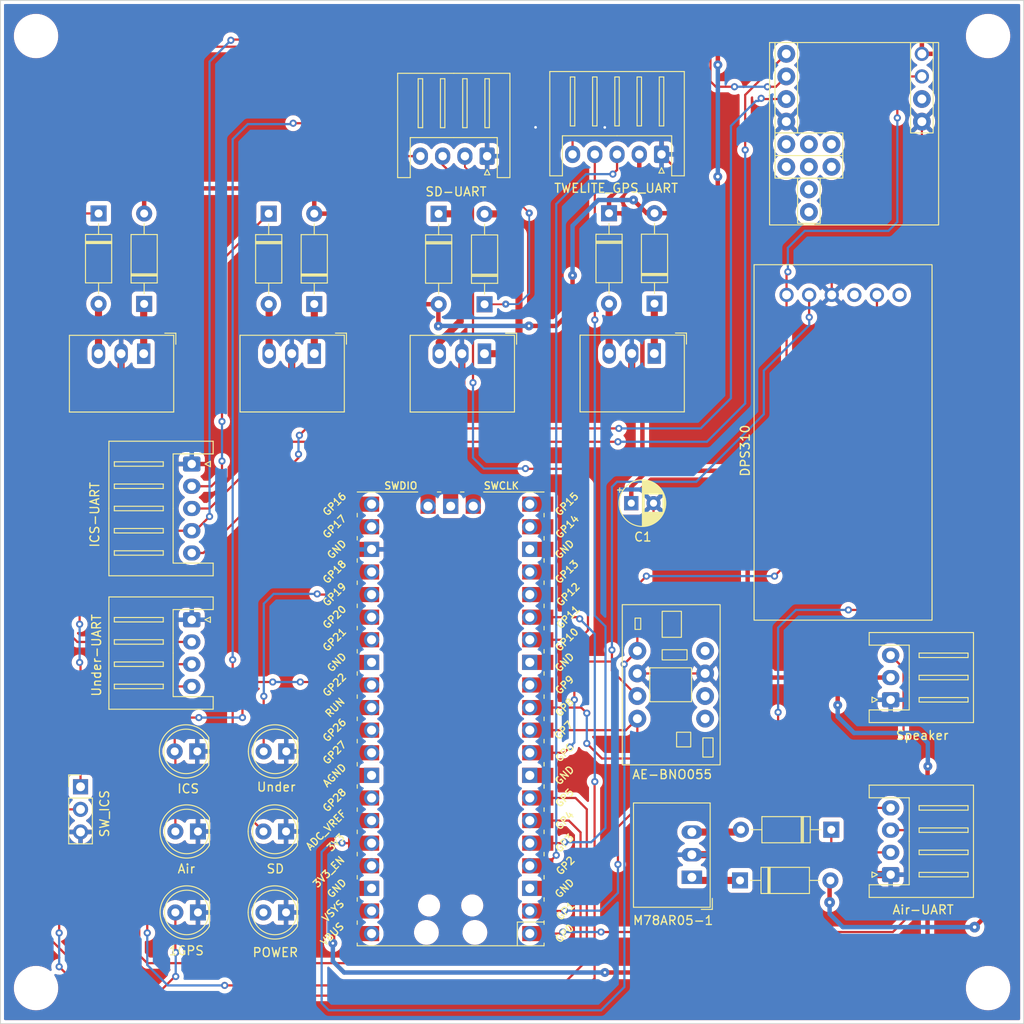
<source format=kicad_pcb>
(kicad_pcb (version 20221018) (generator pcbnew)
  (layers (0 "F.Cu" signal) (31 "B.Cu" signal) (34 "B.Paste" user) (35 "F.Paste" user) (36 "B.SilkS" user "B.Silkscreen") (37 "F.SilkS" user "F.Silkscreen") (38 "B.Mask" user) (39 "F.Mask" user) (44 "Edge.Cuts" user))
  (net 0 "")
  (net 1 "+5V")
  (net 2 "GND")
  (net 3 "Net-(D1-K)")
  (net 4 "Net-(D1-A)")
  (net 5 "Net-(D2-K)")
  (net 6 "Net-(D2-A)")
  (net 7 "Net-(D3-K)")
  (net 8 "Net-(D3-A)")
  (net 9 "Net-(D4-K)")
  (net 10 "Net-(D4-A)")
  (net 11 "Net-(D5-K)")
  (net 12 "VCC")
  (net 13 "Net-(D6-K)")
  (net 14 "Net-(D7-K)")
  (net 15 "Net-(D8-K)")
  (net 16 "/L_ICS")
  (net 17 "/L_Under")
  (net 18 "/L_SD")
  (net 19 "/1GPS")
  (net 20 "+3.3V")
  (net 21 "Net-(D15-K)")
  (net 22 "Net-(D16-A)")
  (net 23 "/ITXR")
  (net 24 "/IRXT")
  (net 25 "/EN")
  (net 27 "+3V3")
  (net 36 "Net-(SW1A-B)")
  (net 37 "/PTAR")
  (net 38 "/PRAT")
  (net 40 "/PTTR")
  (net 41 "/PRGT")
  (net 42 "/PTUR")
  (net 43 "/PRUT")
  (net 45 "/SDA")
  (net 46 "/SCL")
  (net 47 "/SPK")
  (net 50 "/PTSR")
  (net 58 "/L_Air")
  (footprint "Converter_DCDC:Converter_DCDC_RECOM_R-78E-0.5_THT" (layer "F.Cu") (at 130.4 86.2 180)
    (fp_text reference "M78AR033-1" hide)
    (fp_text value "R-78E3.3-0.5" hide)
  )
  (footprint "Connector_JST:JST_XH_S3B-XH-A_1x03_P2.50mm_Horizontal" (layer "F.Cu") (at 176.05 125.1 90)
    (fp_text reference "XH5" hide)
    (fp_text value "Speaker")
  )
  (footprint "Diode_THT:D_A-405_P10.16mm_Horizontal" (layer "F.Cu") (at 159.12 145.4)
    (fp_text reference "D5" hide)
    (fp_text value "D" hide)
  )
  (footprint "Connector_JST:JST_XH_S4B-XH-A_1x04_P2.50mm_Horizontal" (layer "F.Cu") (at 130.7 64 180)
    (fp_text reference "XH3" hide)
    (fp_text value "SD-UART")
  )
  (footprint "Diode_THT:D_A-405_P10.16mm_Horizontal" (layer "F.Cu") (at 169.38 139.7 180)
    (fp_text reference "D1" hide)
    (fp_text value "D" hide)
  )
  (footprint "Connector_JST:JST_XH_S4B-XH-A_1x04_P2.50mm_Horizontal" (layer "F.Cu") (at 97.5 116.1 -90)
    (fp_text reference "XH2" hide)
    (fp_text value "Under-UART")
  )
  (footprint "Diode_THT:D_A-405_P10.16mm_Horizontal" (layer "F.Cu") (at 87.03 70.44 -90)
    (fp_text reference "D2" hide)
    (fp_text value "D" hide)
  )
  (footprint "LED_THT:LED_D5.0mm" (layer "F.Cu") (at 98.125 130.9 180)
    (fp_text reference "D9" hide)
    (fp_text value "ICS")
  )
  (footprint "Diode_THT:D_A-405_P10.16mm_Horizontal" (layer "F.Cu") (at 106.15 70.46 -90)
    (fp_text reference "D4" hide)
    (fp_text value "D" hide)
  )
  (footprint "Library:DHM3" (layer "F.Cu") (at 80 157.5)
    (fp_text reference "REF**" hide)
    (fp_text value "DHM3" hide)
  )
  (footprint "LED_THT:LED_D5.0mm" (layer "F.Cu") (at 108.1 139.9 180)
    (fp_text reference "D12" hide)
    (fp_text value "SD")
  )
  (footprint "Diode_THT:D_A-405_P10.16mm_Horizontal" (layer "F.Cu") (at 130.41 80.65 90)
    (fp_text reference "D3" hide)
    (fp_text value "D" hide)
  )
  (footprint "AE-BNO055:AE-BNO055" (layer "F.Cu") (at 151.39 123.41)
    (fp_text reference "U2" hide)
    (fp_text value "AE-BNO055")
  )
  (footprint "Diode_THT:D_A-405_P10.16mm_Horizontal" (layer "F.Cu") (at 92.153 80.6075 90)
    (fp_text reference "D6" hide)
    (fp_text value "D" hide)
  )
  (footprint "LED_THT:LED_D5.0mm" (layer "F.Cu") (at 98.2 139.9 180)
    (fp_text reference "D11" hide)
    (fp_text value "Air")
  )
  (footprint "Library:DHM3" (layer "F.Cu") (at 187 157.5)
    (fp_text reference "REF**" hide)
    (fp_text value "DHM3" hide)
  )
  (footprint "Library:DHM3" (layer "F.Cu") (at 80 50.5)
    (fp_text reference "REF**" hide)
    (fp_text value "DHM3" hide)
  )
  (footprint "LED_THT:LED_D5.0mm" (layer "F.Cu") (at 108.1 149 180)
    (fp_text reference "D14" hide)
    (fp_text value "POWER")
  )
  (footprint "Converter_DCDC:Converter_DCDC_RECOM_R-78E-0.5_THT" (layer "F.Cu") (at 92.1 86.2 180)
    (fp_text reference "M78AR05-2" hide)
    (fp_text value "M78AR05" hide)
  )
  (footprint "Diode_THT:D_A-405_P10.16mm_Horizontal" (layer "F.Cu") (at 144.4 70.42 -90)
    (fp_text reference "D16" hide)
    (fp_text value "D" hide)
  )
  (footprint "Diode_THT:D_A-405_P10.16mm_Horizontal" (layer "F.Cu") (at 125.25 70.48 -90)
    (fp_text reference "D7" hide)
    (fp_text value "D" hide)
  )
  (footprint "SamacSys_Parts:RPi_Pico_SMD_TH" (layer "F.Cu") (at 126.6 127.245 180)
    (fp_text reference "U1" hide)
    (fp_text value "Pico" hide)
  )
  (footprint "Diode_THT:D_A-405_P10.16mm_Horizontal" (layer "F.Cu") (at 149.51 80.57 90)
    (fp_text reference "D15" hide)
    (fp_text value "D" hide)
  )
  (footprint "ICS:ICS" (layer "F.Cu") (at 162.39 51.32)
    (fp_text reference "ICS-board1" hide)
    (fp_text value "ICS" hide)
  )
  (footprint "Library:DHM3" (layer "F.Cu") (at 187 50.5)
    (fp_text reference "REF**" hide)
    (fp_text value "DHM3" hide)
  )
  (footprint "Connector_PinHeader_2.54mm:PinHeader_1x03_P2.54mm_Vertical" (layer "F.Cu") (at 85 134.875)
    (fp_text reference "SW1" hide)
    (fp_text value "SW_ICS")
  )
  (footprint "Converter_DCDC:Converter_DCDC_RECOM_R-78E-0.5_THT" (layer "F.Cu") (at 149.49 86.18 180)
    (fp_text reference "M78AR05-4" hide)
    (fp_text value "M78AR05" hide)
  )
  (footprint "Converter_DCDC:Converter_DCDC_RECOM_R-78E-0.5_THT" (layer "F.Cu") (at 111.277 86.1925 180)
    (fp_text reference "M78AR05-3" hide)
    (fp_text value "M78AR05" hide)
  )
  (footprint "LED_THT:LED_D5.0mm" (layer "F.Cu") (at 98.2 149 180)
    (fp_text reference "D13" hide)
    (fp_text value "1GPS")
  )
  (footprint "LED_THT:LED_D5.0mm" (layer "F.Cu") (at 108.125 130.9 180)
    (fp_text reference "D10" hide)
    (fp_text value "Under")
  )
  (footprint "DPS310:DPS310" (layer "F.Cu") (at 170.7 96.1 90)
    (fp_text reference "U3" hide)
    (fp_text value "DPS310")
  )
  (footprint "Converter_DCDC:Converter_DCDC_RECOM_R-78E-0.5_THT" (layer "F.Cu") (at 153.7075 145.047 90)
    (fp_text reference "M78AR05-1")
    (fp_text value "M78AR05" hide)
  )
  (footprint "Connector_JST:JST_XH_S4B-XH-A_1x04_P2.50mm_Horizontal" (layer "F.Cu") (at 176.05 144.75 90)
    (fp_text reference "XH1" hide)
    (fp_text value "Air-UART")
  )
  (footprint "Capacitor_THT:CP_Radial_D5.0mm_P2.50mm" (layer "F.Cu") (at 146.9 103)
    (fp_text reference "C1")
    (fp_text value "C_5V" hide)
  )
  (footprint "Connector_JST:JST_XH_S5B-XH-A_1x05_P2.50mm_Horizontal" (layer "F.Cu") (at 97.5 98.6 -90)
    (fp_text reference "XH4" hide)
    (fp_text value "ICS-UART")
  )
  (footprint "Diode_THT:D_A-405_P10.16mm_Horizontal" (layer "F.Cu") (at 111.27 80.62 90)
    (fp_text reference "D8" hide)
    (fp_text value "D" hide)
  )
  (footprint "Connector_JST:JST_XH_S5B-XH-A_1x05_P2.50mm_Horizontal" (layer "F.Cu") (at 150.3 63.8 180)
    (fp_text reference "XH6" hide)
    (fp_text value "TWELITE_GPS_UART")
  )
  (gr_line (start 191 161.5) (end 191 46.5) (stroke (width 0.1)) (layer "Edge.Cuts"))
  (gr_line (start 76 46.5) (end 76 161.5) (stroke (width 0.1)) (layer "Edge.Cuts"))
  (gr_line (start 76 161.5) (end 191 161.5) (stroke (width 0.1)) (layer "Edge.Cuts"))
  (gr_line (start 191 46.5) (end 76 46.5) (stroke (width 0.1)) (layer "Edge.Cuts"))
  (segment (start 144.4 70.42) (end 145.8 70.42) (width 0.5) (layer "F.Cu") (net 1))
  (segment (start 143.93 155.75) (end 178.83 155.75) (width 0.5) (layer "F.Cu") (net 1))
  (segment (start 113.39 150.12) (end 113.39 152.43) (width 0.5) (layer "F.Cu") (net 1))
  (segment (start 113.39 152.43) (end 113.36 152.46) (width 0.5) (layer "F.Cu") (net 1))
  (segment (start 172.17 122.6) (end 176.05 122.6) (width 0.5) (layer "F.Cu") (net 1))
  (segment (start 146.9 101.16) (end 148.7 99.36) (width 0.5) (layer "F.Cu") (net 1))
  (segment (start 170.1 123.73) (end 171.23 122.6) (width 0.5) (layer "F.Cu") (net 1))
  (segment (start 117.71 148.835) (end 114.675 148.835) (width 0.5) (layer "F.Cu") (net 1))
  (segment (start 171.23 122.6) (end 172.17 122.6) (width 0.5) (layer "F.Cu") (net 1))
  (segment (start 148.15 83.16) (end 148.15 98.57) (width 0.5) (layer "F.Cu") (net 1))
  (segment (start 148.94 99.36) (end 157.32 99.36) (width 0.5) (layer "F.Cu") (net 1))
  (segment (start 178.83 155.75) (end 180.2 154.38) (width 0.5) (layer "F.Cu") (net 1))
  (segment (start 159.98 119.87) (end 162.71 122.6) (width 0.5) (layer "F.Cu") (net 1))
  (segment (start 170.1 125.7) (end 170.1 123.73) (width 0.5) (layer "F.Cu") (net 1))
  (segment (start 144.4 68.75) (end 147.8 65.35) (width 0.5) (layer "F.Cu") (net 1))
  (segment (start 114.675 148.835) (end 113.39 150.12) (width 0.5) (layer "F.Cu") (net 1))
  (segment (start 147.8 65.35) (end 147.8 63.8) (width 0.5) (layer "F.Cu") (net 1))
  (segment (start 146.9 103) (end 146.9 101.16) (width 0.5) (layer "F.Cu") (net 1))
  (segment (start 147.52 72.14) (end 147.52 82.53) (width 0.5) (layer "F.Cu") (net 1))
  (segment (start 159.98 102.02) (end 159.98 119.87) (width 0.5) (layer "F.Cu") (net 1))
  (segment (start 180.2 154.38) (end 180.2 132.6) (width 0.5) (layer "F.Cu") (net 1))
  (segment (start 144.4 70.42) (end 144.4 68.75) (width 0.5) (layer "F.Cu") (net 1))
  (segment (start 180.2 132.6) (end 180.23 132.57) (width 0.5) (layer "F.Cu") (net 1))
  (segment (start 157.32 99.36) (end 159.98 102.02) (width 0.5) (layer "F.Cu") (net 1))
  (segment (start 162.71 122.6) (end 172.17 122.6) (width 0.5) (layer "F.Cu") (net 1))
  (segment (start 148.15 98.57) (end 148.94 99.36) (width 0.5) (layer "F.Cu") (net 1))
  (segment (start 145.8 70.42) (end 147.52 72.14) (width 0.5) (layer "F.Cu") (net 1))
  (segment (start 147.52 82.53) (end 148.15 83.16) (width 0.5) (layer "F.Cu") (net 1))
  (segment (start 148.7 99.36) (end 148.94 99.36) (width 0.5) (layer "F.Cu") (net 1))
  (via (at 113.36 152.46) (size 1) (drill 0.3) (layers "F.Cu" "B.Cu") (net 1))
  (via (at 180.23 132.57) (size 1) (drill 0.3) (layers "F.Cu" "B.Cu") (net 1))
  (via (at 170.1 125.7) (size 1) (drill 0.3) (layers "F.Cu" "B.Cu") (net 1))
  (via (at 143.93 155.75) (size 1) (drill 0.3) (layers "F.Cu" "B.Cu") (net 1))
  (segment (start 179.61 129.33) (end 179.11 128.83) (width 0.5) (layer "B.Cu") (net 1))
  (segment (start 113.36 154.48) (end 114.31 155.43) (width 0.5) (layer "B.Cu") (net 1))
  (segment (start 180.23 129.95) (end 179.61 129.33) (width 0.5) (layer "B.Cu") (net 1))
  (segment (start 170.1 126.99) (end 170.1 125.7) (width 0.5) (layer "B.Cu") (net 1))
  (segment (start 113.36 152.46) (end 113.36 154.48) (width 0.5) (layer "B.Cu") (net 1))
  (segment (start 171.94 128.83) (end 170.1 126.99) (width 0.5) (layer "B.Cu") (net 1))
  (segment (start 180.23 132.57) (end 180.23 129.95) (width 0.5) (layer "B.Cu") (net 1))
  (segment (start 179.11 128.83) (end 171.94 128.83) (width 0.5) (layer "B.Cu") (net 1))
  (segment (start 114.63 155.75) (end 143.93 155.75) (width 0.5) (layer "B.Cu") (net 1))
  (segment (start 114.31 155.43) (end 114.63 155.75) (width 0.5) (layer "B.Cu") (net 1))
  (segment (start 179.56 72.34) (end 176.6 75.3) (width 0.25) (layer "F.Cu") (net 2))
  (segment (start 168.2 75.3) (end 169.43 76.53) (width 0.25) (layer "F.Cu") (net 2))
  (segment (start 179.56 60.12) (end 179.56 72.34) (width 0.25) (layer "F.Cu") (net 2))
  (segment (start 108.1 139.9) (end 108.1 130.925) (width 0.25) (layer "F.Cu") (net 2))
  (segment (start 146.95 90.31) (end 145.29 91.97) (width 0.8) (layer "F.Cu") (net 2))
  (segment (start 89.56 86.2) (end 89.56 92.51) (width 0.8) (layer "F.Cu") (net 2))
  (segment (start 103.13 95.574) (end 108.737 89.967) (width 0.8) (layer "F.Cu") (net 2))
  (segment (start 146.95 86.18) (end 146.95 90.31) (width 0.8) (layer "F.Cu") (net 2))
  (segment (start 145.29 91.97) (end 126.73 91.97) (width 0.8) (layer "F.Cu") (net 2))
  (segment (start 89.56 92.51) (end 92.67 95.62) (width 0.8) (layer "F.Cu") (net 2))
  (segment (start 131.97 60.79) (end 136.11 60.79) (width 0.5) (layer "F.Cu") (net 2))
  (segment (start 150.3 61.73) (end 150.3 63.8) (width 0.5) (layer "F.Cu") (net 2))
  (segment (start 151.6 65.1) (end 162.4 65.1) (width 0.25) (layer "F.Cu") (net 2))
  (segment (start 155.2 122.14) (end 147.58 122.14) (width 0.25) (layer "F.Cu") (net 2))
  (segment (start 149.34 60.77) (end 150.3 61.73) (width 0.5) (layer "F.Cu") (net 2))
  (segment (start 127.86 86.2) (end 127.86 90.84) (width 0.8) (layer "F.Cu") (net 2))
  (segment (start 92.67 95.62) (end 103.13 95.62) (width 0.8) (layer "F.Cu") (net 2))
  (segment (start 163.9 75.3) (end 167.7 75.3) (width 0.25) (layer "F.Cu") (net 2))
  (segment (start 164.32 60.12) (end 162.4 62.04) (width 0.25) (layer "F.Cu") (net 2))
  (segment (start 103.13 95.62) (end 103.13 95.574) (width 0.8) (layer "F.Cu") (net 2))
  (segment (start 108.737 89.967) (end 108.737 86.1925) (width 0.8) (layer "F.Cu") (net 2))
  (segment (start 169.43 76.53) (end 169.43 79.59) (width 0.25) (layer "F.Cu") (net 2))
  (segment (start 171.19 144.75) (end 176.05 144.75) (width 0.8) (layer "F.Cu") (net 2))
  (segment (start 108.1 149) (end 108.1 139.9) (width 0.25) (layer "F.Cu") (net 2))
  (segment (start 153.7075 142.507) (end 168.947 142.507) (width 0.8) (layer "F.Cu") (net 2))
  (segment (start 168.947 142.507) (end 171.19 144.75) (width 0.8) (layer "F.Cu") (net 2))
  (segment (start 108.1 130.925) (end 108.125 130.9) (width 0.25) (layer "F.Cu") (net 2))
  (segment (start 162.4 62.04) (end 162.4 65.1) (width 0.25) (layer "F.Cu") (net 2))
  (segment (start 176.6 75.3) (end 167.7 75.3) (width 0.25) (layer "F.Cu") (net 2))
  (segment (start 127.86 90.84) (end 126.73 91.97) (width 0.8) (layer "F.Cu") (net 2))
  (segment (start 136.11 60.79) (end 136.14 60.76) (width 0.5) (layer "F.Cu") (net 2))
  (segment (start 110.74 91.97) (end 108.737 89.967) (width 0.8) (layer "F.Cu") (net 2))
  (segment (start 162.4 65.1) (end 162.4 73.8) (width 0.25) (layer "F.Cu") (net 2))
  (segment (start 130.7 64) (end 130.7 62.06) (width 0.5) (layer "F.Cu") (net 2))
  (segment (start 150.3 63.8) (end 151.6 65.1) (width 0.25) (layer "F.Cu") (net 2))
  (segment (start 149.4 120.32) (end 149.4 103) (width 0.25) (layer "F.Cu") (net 2))
  (segment (start 130.7 62.06) (end 131.97 60.79) (width 0.5) (layer "F.Cu") (net 2))
  (segment (start 167.7 75.3) (end 168.2 75.3) (width 0.25) (layer "F.Cu") (net 2))
  (segment (start 126.73 91.97) (end 110.74 91.97) (width 0.8) (layer "F.Cu") (net 2))
  (segment (start 143.92 60.77) (end 149.34 60.77) (width 0.5) (layer "F.Cu") (net 2))
  (segment (start 147.58 122.14) (end 149.4 120.32) (width 0.25) (layer "F.Cu") (net 2))
  (segment (start 162.4 73.8) (end 163.9 75.3) (width 0.25) (layer "F.Cu") (net 2))
  (via (at 136.14 60.76) (size 1) (drill 0.3) (layers "F.Cu" "B.Cu") (net 2))
  (via (at 143.92 60.77) (size 1) (drill 0.3) (layers "F.Cu" "B.Cu") (net 2))
  (segment (start 136.14 60.76) (end 143.91 60.76) (width 0.5) (layer "B.Cu") (net 2))
  (segment (start 143.91 60.76) (end 143.92 60.77) (width 0.5) (layer "B.Cu") (net 2))
  (segment (start 169.38 141.58) (end 170.1 142.3) (width 0.25) (layer "F.Cu") (net 3))
  (segment (start 170.15 142.25) (end 176.05 142.25) (width 0.25) (layer "F.Cu") (net 3))
  (segment (start 170.1 142.3) (end 170.15 142.25) (width 0.25) (layer "F.Cu") (net 3))
  (segment (start 169.38 139.7) (end 169.38 141.58) (width 0.25) (layer "F.Cu") (net 3))
  (segment (start 153.7075 139.967) (end 158.953 139.967) (width 0.8) (layer "F.Cu") (net 4))
  (segment (start 158.953 139.967) (end 159.22 139.7) (width 0.8) (layer "F.Cu") (net 4))
  (segment (start 97.5 118.6) (end 84.65 118.6) (width 0.25) (layer "F.Cu") (net 5))
  (segment (start 83.15 117.1) (end 83.34 116.91) (width 0.25) (layer "F.Cu") (net 5))
  (segment (start 83.34 71.49) (end 84.39 70.44) (width 0.25) (layer "F.Cu") (net 5))
  (segment (start 83.34 116.91) (end 83.34 71.49) (width 0.25) (layer "F.Cu") (net 5))
  (segment (start 84.39 70.44) (end 87.03 70.44) (width 0.25) (layer "F.Cu") (net 5))
  (segment (start 84.65 118.6) (end 83.15 117.1) (width 0.25) (layer "F.Cu") (net 5))
  (segment (start 87.02 80.61) (end 87.03 80.6) (width 0.8) (layer "F.Cu") (net 6))
  (segment (start 87.02 86.2) (end 87.02 80.61) (width 0.8) (layer "F.Cu") (net 6))
  (segment (start 135.43 70.39) (end 132.4 67.36) (width 0.2) (layer "F.Cu") (net 7))
  (segment (start 130.41 80.65) (end 132.77 80.65) (width 0.2) (layer "F.Cu") (net 7))
  (segment (start 128.2 65.22) (end 128.2 64) (width 0.2) (layer "F.Cu") (net 7))
  (segment (start 132.4 67.36) (end 130.34 67.36) (width 0.2) (layer "F.Cu") (net 7))
  (segment (start 130.34 67.36) (end 128.2 65.22) (width 0.2) (layer "F.Cu") (net 7))
  (segment (start 132.77 80.65) (end 132.79 80.63) (width 0.2) (layer "F.Cu") (net 7))
  (via (at 132.79 80.63) (size 0.8) (drill 0.3) (layers "F.Cu" "B.Cu") (net 7))
  (via (at 135.43 70.39) (size 0.8) (drill 0.3) (layers "F.Cu" "B.Cu") (net 7))
  (segment (start 135.2 79.65) (end 135.43 79.42) (width 0.2) (layer "B.Cu") (net 7))
  (segment (start 134.22 80.63) (end 135.2 79.65) (width 0.2) (layer "B.Cu") (net 7))
  (segment (start 135.43 79.42) (end 135.43 70.39) (width 0.2) (layer "B.Cu") (net 7))
  (segment (start 132.79 80.63) (end 134.22 80.63) (width 0.2) (layer "B.Cu") (net 7))
  (segment (start 132.21 86.2) (end 134.28 84.13) (width 0.8) (layer "F.Cu") (net 8))
  (segment (start 134.28 84.13) (end 134.28 72.81) (width 0.8) (layer "F.Cu") (net 8))
  (segment (start 131.96 70.49) (end 130.41 70.49) (width 0.8) (layer "F.Cu") (net 8))
  (segment (start 130.4 86.2) (end 132.21 86.2) (width 0.8) (layer "F.Cu") (net 8))
  (segment (start 134.28 72.81) (end 131.96 70.49) (width 0.8) (layer "F.Cu") (net 8))
  (segment (start 100.9 75.71) (end 100.9 93.82) (width 0.25) (layer "F.Cu") (net 9))
  (segment (start 100.9 99.9) (end 99.7 101.1) (width 0.25) (layer "F.Cu") (net 9))
  (segment (start 106.15 70.46) (end 100.9 75.71) (width 0.25) (layer "F.Cu") (net 9))
  (segment (start 99.7 101.1) (end 97.5 101.1) (width 0.25) (layer "F.Cu") (net 9))
  (segment (start 100.9 98.27) (end 100.9 99.9) (width 0.25) (layer "F.Cu") (net 9))
  (via (at 100.9 93.82) (size 0.8) (drill 0.4) (layers "F.Cu" "B.Cu") (net 9))
  (via (at 100.9 98.27) (size 0.8) (drill 0.4) (layers "F.Cu" "B.Cu") (net 9))
  (segment (start 100.9 93.82) (end 100.9 98.27) (width 0.25) (layer "B.Cu") (net 9))
  (segment (start 106.197 80.667) (end 106.15 80.62) (width 0.8) (layer "F.Cu") (net 10))
  (segment (start 106.197 86.1925) (end 106.197 80.667) (width 0.8) (layer "F.Cu") (net 10))
  (segment (start 159.12 145.4) (end 154.0605 145.4) (width 0.8) (layer "F.Cu") (net 11))
  (segment (start 154.0605 145.4) (end 153.7075 145.047) (width 0.8) (layer "F.Cu") (net 11))
  (segment (start 140.3 81.25) (end 138.9 82.65) (width 0.5) (layer "F.Cu") (net 12))
  (segment (start 156.63 50.8) (end 156.63 53.74) (width 0.5) (layer "F.Cu") (net 12))
  (segment (start 187.21 55.69) (end 187.21 147.75) (width 0.5) (layer "F.Cu") (net 12))
  (segment (start 138.47 83.08) (end 135.4 83.08) (width 0.5) (layer "F.Cu") (net 12))
  (segment (start 140.3 77.4) (end 140.3 81.25) (width 0.5) (layer "F.Cu") (net 12))
  (segment (start 179.56 52.5) (end 179.56 50.32) (width 0.5) (layer "F.Cu") (net 12))
  (segment (start 149.51 70.41) (end 148.63 70.41) (width 0.5) (layer "F.Cu") (net 12))
  (segment (start 93.24 67.62) (end 92.153 68.707) (width 0.5) (layer "F.Cu") (net 12))
  (segment (start 117.67 80.05) (end 117.67 72.41) (width 0.5) (layer "F.Cu") (net 12))
  (segment (start 115.72 70.46) (end 111.27 70.46) (width 0.5) (layer "F.Cu") (net 12))
  (segment (start 179.56 50.32) (end 178.21 48.97) (width 0.5) (layer "F.Cu") (net 12))
  (segment (start 178.21 48.97) (end 158.46 48.97) (width 0.5) (layer "F.Cu") (net 12))
  (segment (start 179.56 52.5) (end 184.02 52.5) (width 0.5) (layer "F.Cu") (net 12))
  (segment (start 155.38 70.41) (end 149.51 70.41) (width 0.5) (layer "F.Cu") (net 12))
  (segment (start 187.21 147.75) (end 187.21 148.93) (width 0.5) (layer "F.Cu") (net 12))
  (segment (start 184.86 53.34) (end 187.21 55.69) (width 0.5) (layer "F.Cu") (net 12))
  (segment (start 156.62 69.17) (end 155.38 70.41) (width 0.5) (layer "F.Cu") (net 12))
  (segment (start 157.74 49.69) (end 156.63 50.8) (width 0.5) (layer "F.Cu") (net 12))
  (segment (start 110.08 67.62) (end 93.24 67.62) (width 0.5) (layer "F.Cu") (net 12))
  (segment (start 125.25 80.64) (end 118.26 80.64) (width 0.5) (layer "F.Cu") (net 12))
  (segment (start 187.21 148.93) (end 185.49 150.65) (width 0.5) (layer "F.Cu") (net 12))
  (segment (start 169.19 147.87) (end 169.19 145.49) (width 0.5) (layer "F.Cu") (net 12))
  (segment (start 117.67 72.41) (end 115.72 70.46) (width 0.5) (layer "F.Cu") (net 12))
  (segment (start 92.153 68.707) (end 92.153 70.4475) (width 0.5) (layer "F.Cu") (net 12))
  (segment (start 169.19 145.49) (end 169.28 145.4) (width 0.5) (layer "F.Cu") (net 12))
  (segment (start 148.63 70.41) (end 147.15 68.93) (width 0.5) (layer "F.Cu") (net 12))
  (segment (start 111.27 70.46) (end 111.27 68.81) (width 0.5) (layer "F.Cu") (net 12))
  (segment (start 138.9 82.65) (end 138.47 83.08) (width 0.5) (layer "F.Cu") (net 12))
  (segment (start 184.02 52.5) (end 184.86 53.34) (width 0.5) (layer "F.Cu") (net 12))
  (segment (start 125.22 80.67) (end 125.25 80.64) (width 0.5) (layer "F.Cu") (net 12))
  (segment (start 118.26 80.64) (end 117.67 80.05) (width 0.5) (layer "F.Cu") (net 12))
  (segment (start 156.62 66.3) (end 156.62 69.17) (width 0.5) (layer "F.Cu") (net 12))
  (segment (start 125.22 83.1) (end 125.22 80.67) (width 0.5) (layer "F.Cu") (net 12))
  (segment (start 158.46 48.97) (end 157.74 49.69) (width 0.5) (layer "F.Cu") (net 12))
  (segment (start 111.27 68.81) (end 110.08 67.62) (width 0.5) (layer "F.Cu") (net 12))
  (via (at 156.63 53.74) (size 1) (drill 0.4) (layers "F.Cu" "B.Cu") (net 12))
  (via (at 125.22 83.1) (size 1) (drill 0.3) (layers "F.Cu" "B.Cu") (net 12))
  (via (at 156.62 66.3) (size 1) (drill 0.4) (layers "F.Cu" "B.Cu") (net 12))
  (via (at 135.4 83.08) (size 1) (drill 0.3) (layers "F.Cu" "B.Cu") (net 12))
  (via (at 169.19 147.87) (size 1.2) (drill 0.4) (layers "F.Cu" "B.Cu") (net 12))
  (via (at 140.3 77.4) (size 1) (drill 0.3) (layers "F.Cu" "B.Cu") (net 12))
  (via (at 147.15 68.93) (size 1) (drill 0.3) (layers "F.Cu" "B.Cu") (net 12))
  (via (at 185.49 150.65) (size 1.2) (drill 0.4) (layers "F.Cu" "B.Cu") (net 12))
  (segment (start 170.68 150.65) (end 170.19 150.16) (width 0.5) (layer "B.Cu") (net 12))
  (segment (start 156.63 53.74) (end 156.63 66.29) (width 0.5) (layer "B.Cu") (net 12))
  (segment (start 185.49 150.65) (end 170.68 150.65) (width 0.5) (layer "B.Cu") (net 12))
  (segment (start 140.3 71.82) (end 140.3 77.4) (width 0.5) (layer "B.Cu") (net 12))
  (segment (start 143.19 68.93) (end 140.3 71.82) (width 0.5) (layer "B.Cu") (net 12))
  (segment (start 156.63 66.29) (end 156.62 66.3) (width 0.5) (layer "B.Cu") (net 12))
  (segment (start 147.15 68.93) (end 143.19 68.93) (width 0.5) (layer "B.Cu") (net 12))
  (segment (start 169.19 149.16) (end 169.19 147.87) (width 0.5) (layer "B.Cu") (net 12))
  (segment (start 135.4 83.08) (end 125.24 83.08) (width 0.5) (layer "B.Cu") (net 12))
  (segment (start 125.24 83.08) (end 125.22 83.1) (width 0.5) (layer "B.Cu") (net 12))
  (segment (start 170.19 150.16) (end 169.19 149.16) (width 0.5) (layer "B.Cu") (net 12))
  (segment (start 92.1 86.2) (end 92.1 80.6605) (width 0.8) (layer "F.Cu") (net 13))
  (segment (start 92.1 80.6605) (end 92.153 80.6075) (width 0.8) (layer "F.Cu") (net 13))
  (segment (start 125.32 84.93) (end 125.32 86.2) (width 0.8) (layer "F.Cu") (net 14))
  (segment (start 126.99 70.48) (end 127.67 71.16) (width 0.8) (layer "F.Cu") (net 14))
  (segment (start 127.67 71.16) (end 127.67 82.58) (width 0.8) (layer "F.Cu") (net 14))
  (segment (start 125.25 70.48) (end 126.99 70.48) (width 0.8) (layer "F.Cu") (net 14))
  (segment (start 127.67 82.58) (end 125.32 84.93) (width 0.8) (layer "F.Cu") (net 14))
  (segment (start 111.277 80.627) (end 111.27 80.62) (width 0.8) (layer "F.Cu") (net 15))
  (segment (start 111.277 86.1925) (end 111.277 80.627) (width 0.8) (layer "F.Cu") (net 15))
  (segment (start 103.2 124.1) (end 104 123.3) (width 0.25) (layer "F.Cu") (net 16))
  (segment (start 95.585 128.115) (end 96.5 127.2) (width 0.25) (layer "F.Cu") (net 16))
  (segment (start 104 123.3) (end 104.2 123.1) (width 0.25) (layer "F.Cu") (net 16))
  (segment (start 112 123.1) (end 112.9 122.2) (width 0.25) (layer "F.Cu") (net 16))
  (segment (start 95.66 139.9) (end 95.66 130.975) (width 0.25) (layer "F.Cu") (net 16))
  (segment (start 112.9 122.2) (end 112.9 116.6) (width 0.25) (layer "F.Cu") (net 16))
  (segment (start 103.2 127.1) (end 103.2 124.1) (width 0.25) (layer "F.Cu") (net 16))
  (segment (start 112.9 116.6) (end 113.685 115.815) (width 0.25) (layer "F.Cu") (net 16))
  (segment (start 95.66 130.975) (end 95.585 130.9) (width 0.25) (layer "F.Cu") (net 16))
  (segment (start 104.2 123.1) (end 106.6 123.1) (width 0.25) (layer "F.Cu") (net 16))
  (segment (start 113.685 115.815) (end 117.71 115.815) (width 0.25) (layer "F.Cu") (net 16))
  (segment (start 96.5 127.2) (end 96.6 127.1) (width 0.25) (layer "F.Cu") (net 16))
  (segment (start 109.7 123.1) (end 112 123.1) (width 0.25) (layer "F.Cu") (net 16))
  (segment (start 96.6 127.1) (end 98.3 127.1) (width 0.25) (layer "F.Cu") (net 16))
  (segment (start 95.585 130.9) (end 95.585 128.115) (width 0.25) (layer "F.Cu") (net 16))
  (via (at 103.2 127.1) (size 0.8) (drill 0.4) (layers "F.Cu" "B.Cu") (net 16))
  (via (at 98.3 127.1) (size 0.8) (drill 0.4) (layers "F.Cu" "B.Cu") (net 16))
  (via (at 106.6 123.1) (size 0.8) (drill 0.4) (layers "F.Cu" "B.Cu") (net 16))
  (via (at 109.7 123.1) (size 0.8) (drill 0.4) (layers "F.Cu" "B.Cu") (net 16))
  (segment (start 98.3 127.1) (end 103.2 127.1) (width 0.25) (layer "B.Cu") (net 16))
  (segment (start 106.6 123.1) (end 109.7 123.1) (width 0.25) (layer "B.Cu") (net 16))
  (segment (start 111.6 113.2) (end 111.675 113.275) (width 0.25) (layer "F.Cu") (net 17))
  (segment (start 105.585 124.715) (end 105.6 124.7) (width 0.25) (layer "F.Cu") (net 17))
  (segment (start 111.675 113.275) (end 117.71 113.275) (width 0.25) (layer "F.Cu") (net 17))
  (segment (start 105.585 130.9) (end 105.585 124.715) (width 0.25) (layer "F.Cu") (net 17))
  (via (at 105.6 124.7) (size 0.8) (drill 0.4) (layers "F.Cu" "B.Cu") (net 17))
  (via (at 111.6 113.2) (size 0.8) (drill 0.4) (layers "F.Cu" "B.Cu") (net 17))
  (segment (start 106.7 113.2) (end 111.6 113.2) (width 0.25) (layer "B.Cu") (net 17))
  (segment (start 105.6 114.3) (end 106.2 113.7) (width 0.25) (layer "B.Cu") (net 17))
  (segment (start 105.6 124.7) (end 105.6 114.3) (width 0.25) (layer "B.Cu") (net 17))
  (segment (start 106.2 113.7) (end 106.7 113.2) (width 0.25) (layer "B.Cu") (net 17))
  (segment (start 105.56 139.9) (end 102.1 136.44) (width 0.25) (layer "F.Cu") (net 18))
  (segment (start 108.9 60.3) (end 112.8 60.3) (width 0.25) (layer "F.Cu") (net 18))
  (segment (start 123.2 64) (end 116.5 64) (width 0.25) (layer "F.Cu") (net 18))
  (segment (start 116.5 64) (end 112.8 60.3) (width 0.25) (layer "F.Cu") (net 18))
  (segment (start 102.1 136.44) (end 102.1 120.6) (width 0.25) (layer "F.Cu") (net 18))
  (via (at 102.1 120.6) (size 0.8) (drill 0.4) (layers "F.Cu" "B.Cu") (net 18))
  (via (at 108.9 60.3) (size 0.8) (drill 0.4) (layers "F.Cu" "B.Cu") (net 18))
  (segment (start 108.8 60.4) (end 108.9 60.3) (width 0.25) (layer "B.Cu") (net 18))
  (segment (start 102.1 120.6) (end 102.1 62.1) (width 0.25) (layer "B.Cu") (net 18))
  (segment (start 102.1 62.1) (end 103.8 60.4) (width 0.25) (layer "B.Cu") (net 18))
  (segment (start 103.8 60.4) (end 108.8 60.4) (width 0.25) (layer "B.Cu") (net 18))
  (segment (start 93.9 157.9) (end 95.6 156.2) (width 0.25) (layer "F.Cu") (net 19))
  (segment (start 139 51.7) (end 85.4 51.7) (width 0.25) (layer "F.Cu") (net 19))
  (segment (start 95.66 153.46) (end 95.66 149) (width 0.25) (layer "F.Cu") (net 19))
  (segment (start 85.4 51.7) (end 80.8 56.3) (width 0.25) (layer "F.Cu") (net 19))
  (segment (start 80.8 56.3) (end 80.8 151.2) (width 0.25) (layer "F.Cu") (net 19))
  (segment (start 95.6 156.2) (end 95.7 156.2) (width 0.25) (layer "F.Cu") (net 19))
  (segment (start 140.3 63.8) (end 140.3 53) (width 0.25) (layer "F.Cu") (net 19))
  (segment (start 87.5 157.9) (end 93.9 157.9) (width 0.25) (layer "F.Cu") (net 19))
  (segment (start 95.7 153.5) (end 95.66 153.46) (width 0.25) (layer "F.Cu") (net 19))
  (segment (start 80.8 151.2) (end 87.5 157.9) (width 0.25) (layer "F.Cu") (net 19))
  (segment (start 140.3 53) (end 139 51.7) (width 0.25) (layer "F.Cu") (net 19))
  (via (at 95.7 153.5) (size 0.8) (drill 0.4) (layers "F.Cu" "B.Cu") (net 19))
  (via (at 95.7 156.2) (size 0.8) (drill 0.4) (layers "F.Cu" "B.Cu") (net 19))
  (segment (start 95.7 156.2) (end 95.7 153.5) (width 0.25) (layer "B.Cu") (net 19))
  (segment (start 149.49 86.18) (end 149.49 80.59) (width 0.8) (layer "F.Cu") (net 21))
  (segment (start 149.49 80.59) (end 149.51 80.57) (width 0.8) (layer "F.Cu") (net 21))
  (segment (start 144.41 86.18) (end 144.41 80.59) (width 0.8) (layer "F.Cu") (net 22))
  (segment (start 144.41 80.59) (end 144.4 80.58) (width 0.8) (layer "F.Cu") (net 22))
  (segment (start 159.7 63.3) (end 159.7 57.12) (width 0.25) (layer "F.Cu") (net 23))
  (segment (start 99.5 103.6) (end 107 96.1) (width 0.25) (layer "F.Cu") (net 23))
  (segment (start 107 96.1) (end 145.4 96.1) (width 0.25) (layer "F.Cu") (net 23))
  (segment (start 97.5 103.6) (end 99.5 103.6) (width 0.25) (layer "F.Cu") (net 23))
  (segment (start 159.7 57.12) (end 164.32 52.5) (width 0.25) (layer "F.Cu") (net 23))
  (via (at 145.4 96.1) (size 0.8) (drill 0.4) (layers "F.Cu" "B.Cu") (net 23))
  (via (at 159.7 63.3) (size 0.8) (drill 0.4) (layers "F.Cu" "B.Cu") (net 23))
  (segment (start 156.2 95.3) (end 159.7 91.8) (width 0.25) (layer "B.Cu") (net 23))
  (segment (start 155.4 96.1) (end 156.2 95.3) (width 0.25) (layer "B.Cu") (net 23))
  (segment (start 159.7 91.8) (end 159.7 63.3) (width 0.25) (layer "B.Cu") (net 23))
  (segment (start 145.4 96.1) (end 155.4 96.1) (width 0.25) (layer "B.Cu") (net 23))
  (segment (start 154.4 50.9) (end 101.9755 50.9) (width 0.25) (layer "F.Cu") (net 24))
  (segment (start 97.9 106.1) (end 97.5 106.1) (width 0.25) (layer "F.Cu") (net 24))
  (segment (start 155.8 55.6) (end 155.8 52.3) (width 0.25) (layer "F.Cu") (net 24))
  (segment (start 84.9 120.9) (end 85 121) (width 0.25) (layer "F.Cu") (net 24))
  (segment (start 84.9 106.9) (end 84.9 116.6) (width 0.25) (layer "F.Cu") (net 24))
  (segment (start 97.5 106.1) (end 85.7 106.1) (width 0.25) (layer "F.Cu") (net 24))
  (segment (start 85 121) (end 85 134.875) (width 0.25) (layer "F.Cu") (net 24))
  (segment (start 85.7 106.1) (end 84.9 106.9) (width 0.25) (layer "F.Cu") (net 24))
  (segment (start 163.16 56.2) (end 162.2 56.2) (width 0.25) (layer "F.Cu") (net 24))
  (segment (start 158.5 56.2) (end 156.4 56.2) (width 0.25) (layer "F.Cu") (net 24))
  (segment (start 99.5 104.5) (end 97.9 106.1) (width 0.25) (layer "F.Cu") (net 24))
  (segment (start 155.1 51.6) (end 154.4 50.9) (width 0.25) (layer "F.Cu") (net 24))
  (segment (start 155.8 52.3) (end 155.1 51.6) (width 0.25) (layer "F.Cu") (net 24))
  (segment (start 101.9755 50.9) (end 101.9 50.9755) (width 0.25) (layer "F.Cu") (net 24))
  (segment (start 164.32 55.04) (end 163.16 56.2) (width 0.25) (layer "F.Cu") (net 24))
  (segment (start 156.4 56.2) (end 155.8 55.6) (width 0.25) (layer "F.Cu") (net 24))
  (via (at 99.5 104.5) (size 0.8) (drill 0.4) (layers "F.Cu" "B.Cu") (net 24))
  (via (at 162.2 56.2) (size 0.8) (drill 0.4) (layers "F.Cu" "B.Cu") (net 24))
  (via (at 101.9 50.9755) (size 0.8) (drill 0.4) (layers "F.Cu" "B.Cu") (net 24))
  (via (at 84.9 120.9) (size 0.8) (drill 0.4) (layers "F.Cu" "B.Cu") (net 24))
  (via (at 158.5 56.2) (size 0.8) (drill 0.4) (layers "F.Cu" "B.Cu") (net 24))
  (via (at 84.9 116.6) (size 0.8) (drill 0.4) (layers "F.Cu" "B.Cu") (net 24))
  (segment (start 101.9 50.9755) (end 99.5 53.3755) (width 0.25) (layer "B.Cu") (net 24))
  (segment (start 99.5 53.3755) (end 99.5 104.5) (width 0.25) (layer "B.Cu") (net 24))
  (segment (start 84.9 116.6) (end 84.9 120.9) (width 0.25) (layer "B.Cu") (net 24))
  (segment (start 162.2 56.2) (end 158.5 56.2) (width 0.25) (layer "B.Cu") (net 24))
  (segment (start 98.8 108.6) (end 109 98.4) (width 0.25) (layer "F.Cu") (net 25))
  (segment (start 161.5 57.5) (end 161.58 57.58) (width 0.25) (layer "F.Cu") (net 25))
  (segment (start 109.5 97.9) (end 109.5 97.5) (width 0.25) (layer "F.Cu") (net 25))
  (segment (start 109.6 95.3755) (end 110.3755 94.6) (width 0.25) (layer "F.Cu") (net 25))
  (segment (start 109 98.4) (end 109.5 97.9) (width 0.25) (layer "F.Cu") (net 25))
  (segment (start 97.5 108.6) (end 98.8 108.6) (width 0.25) (layer "F.Cu") (net 25))
  (segment (start 161.58 57.58) (end 164.32 57.58) (width 0.25) (layer "F.Cu") (net 25))
  (segment (start 110.3755 94.6) (end 145.5 94.6) (width 0.25) (layer "F.Cu") (net 25))
  (via (at 109.5 97.5) (size 0.8) (drill 0.4) (layers "F.Cu" "B.Cu") (net 25))
  (via (at 145.5 94.6) (size 0.8) (drill 0.4) (layers "F.Cu" "B.Cu") (net 25))
  (via (at 161.5 57.5) (size 0.8) (drill 0.4) (layers "F.Cu" "B.Cu") (net 25))
  (via (at 109.6 95.3755) (size 0.8) (drill 0.4) (layers "F.Cu" "B.Cu") (net 25))
  (segment (start 109.5 97.5) (end 109.5 95.4755) (width 0.25) (layer "B.Cu") (net 25))
  (segment (start 109.5 95.4755) (end 109.6 95.3755) (width 0.25) (layer "B.Cu") (net 25))
  (segment (start 158.1 62.6) (end 158.1 60.6) (width 0.25) (layer "B.Cu") (net 25))
  (segment (start 158.1 91.2) (end 158.1 62.6) (width 0.25) (layer "B.Cu") (net 25))
  (segment (start 145.5 94.6) (end 154.7 94.6) (width 0.25) (layer "B.Cu") (net 25))
  (segment (start 158.1 60.6) (end 160.9 57.8) (width 0.25) (layer "B.Cu") (net 25))
  (segment (start 161.2 57.8) (end 161.5 57.5) (width 0.25) (layer "B.Cu") (net 25))
  (segment (start 154.7 94.6) (end 155.7 93.6) (width 0.25) (layer "B.Cu") (net 25))
  (segment (start 155.7 93.6) (end 158.1 91.2) (width 0.25) (layer "B.Cu") (net 25))
  (segment (start 160.9 57.8) (end 161.2 57.8) (width 0.25) (layer "B.Cu") (net 25))
  (segment (start 117.71 141.215) (end 114.415 141.215) (width 0.25) (layer "F.Cu") (net 27))
  (segment (start 114.415 141.215) (end 114.4 141.2) (width 0.25) (layer "F.Cu") (net 27))
  (segment (start 146.1 121.08) (end 147.58 119.6) (width 0.25) (layer "F.Cu") (net 27))
  (segment (start 146.1 121.1) (end 146.1 121.08) (width 0.25) (layer "F.Cu") (net 27))
  (segment (start 164.35 79.59) (end 164.35 109.85) (width 0.25) (layer "F.Cu") (net 27))
  (segment (start 148.6 111.2) (end 147.58 112.22) (width 0.25) (layer "F.Cu") (net 27))
  (segment (start 179.56 55.04) (end 177.76 55.04) (width 0.25) (layer "F.Cu") (net 27))
  (segment (start 176.8 56) (end 176.8 59.7) (width 0.25) (layer "F.Cu") (net 27))
  (segment (start 177.76 55.04) (end 176.8 56) (width 0.25) (layer "F.Cu") (net 27))
  (segment (start 147.58 112.22) (end 147.58 119.6) (width 0.25) (layer "F.Cu") (net 27))
  (segment (start 164.5 77) (end 164.35 77.15) (width 0.25) (layer "F.Cu") (net 27))
  (segment (start 164.35 109.85) (end 163 111.2) (width 0.25) (layer "F.Cu") (net 27))
  (segment (start 164.35 77.15) (end 164.35 79.59) (width 0.25) (layer "F.Cu") (net 27))
  (via (at 176.8 59.7) (size 0.8) (drill 0.4) (layers "F.Cu" "B.Cu") (net 27))
  (via (at 146.1 121.1) (size 0.8) (drill 0.4) (layers "F.Cu" "B.Cu") (net 27))
  (via (at 148.6 111.2) (size 0.8) (drill 0.4) (layers "F.Cu" "B.Cu") (net 27))
  (via (at 114.4 141.2) (size 0.8) (drill 0.4) (layers "F.Cu" "B.Cu") (net 27))
  (via (at 164.5 77) (size 0.8) (drill 0.4) (layers "F.Cu" "B.Cu") (net 27))
  (via (at 163 111.2) (size 0.8) (drill 0.4) (layers "F.Cu" "B.Cu") (net 27))
  (segment (start 146.125 121.125) (end 146.1 121.1) (width 0.25) (layer "B.Cu") (net 27))
  (segment (start 112.9 160) (end 143.5 160) (width 0.25) (layer "B.Cu") (net 27))
  (segment (start 112.1 158.7) (end 112.1 159.2) (width 0.25) (layer "B.Cu") (net 27))
  (segment (start 143.5 160) (end 144.6 158.9) (width 0.25) (layer "B.Cu") (net 27))
  (segment (start 166.4 72.4) (end 166.1 72.7) (width 0.25) (layer "B.Cu") (net 27))
  (segment (start 114.4 141.2) (end 113.1 141.2) (width 0.25) (layer "B.Cu") (net 27))
  (segment (start 144.6 158.9) (end 146.125 157.375) (width 0.25) (layer "B.Cu") (net 27))
  (segment (start 176.8 71.4) (end 175.8 72.4) (width 0.25) (layer "B.Cu") (net 27))
  (segment (start 112.1 142.2) (end 112.1 158.7) (width 0.25) (layer "B.Cu") (net 27))
  (segment (start 163 111.2) (end 148.6 111.2) (width 0.25) (layer "B.Cu") (net 27))
  (segment (start 164.5 74.3) (end 164.5 77) (width 0.25) (layer "B.Cu") (net 27))
  (segment (start 176.8 59.7) (end 176.8 71.4) (width 0.25) (layer "B.Cu") (net 27))
  (segment (start 175.8 72.4) (end 166.4 72.4) (width 0.25) (layer "B.Cu") (net 27))
  (segment (start 113.1 141.2) (end 113 141.3) (width 0.25) (layer "B.Cu") (net 27))
  (segment (start 146.125 157.375) (end 146.125 121.125) (width 0.25) (layer "B.Cu") (net 27))
  (segment (start 113 141.3) (end 112.1 142.2) (width 0.25) (layer "B.Cu") (net 27))
  (segment (start 112.1 159.2) (end 112.9 160) (width 0.25) (layer "B.Cu") (net 27))
  (segment (start 166.1 72.7) (end 164.5 74.3) (width 0.25) (layer "B.Cu") (net 27))
  (segment (start 85 137.415) (end 83.385 137.415) (width 0.25) (layer "F.Cu") (net 36))
  (segment (start 140.85 158.35) (end 141 158.2) (width 0.25) (layer "F.Cu") (net 36))
  (segment (start 82.6 138.2) (end 82.6 151.3) (width 0.25) (layer "F.Cu") (net 36))
  (segment (start 85.85 158.35) (end 140.85 158.35) (width 0.25) (layer "F.Cu") (net 36))
  (segment (start 141.1 116) (end 140.915 115.815) (width 0.25) (layer "F.Cu") (net 36))
  (segment (start 141 158.2) (end 142.775 156.425) (width 0.25) (layer "F.Cu") (net 36))
  (segment (start 142.775 134.325) (end 142.8 134.3) (width 0.25) (layer "F.Cu") (net 36))
  (segment (start 140.915 115.815) (end 135.49 115.815) (width 0.25) (layer "F.Cu") (net 36))
  (segment (start 83.385 137.415) (end 82.6 138.2) (width 0.25) (layer "F.Cu") (net 36))
  (segment (start 82.6 155.1) (end 85.85 158.35) (width 0.25) (layer "F.Cu") (net 36))
  (segment (start 142.775 156.425) (end 142.775 134.325) (width 0.25) (layer "F.Cu") (net 36))
  (via (at 142.8 134.3) (size 0.8) (drill 0.4) (layers "F.Cu" "B.Cu") (net 36))
  (via (at 82.6 151.3) (size 0.8) (drill 0.4) (layers "F.Cu" "B.Cu") (net 36))
  (via (at 141.1 116) (size 0.8) (drill 0.4) (layers "F.Cu" "B.Cu") (net 36))
  (via (at 82.6 155.1) (size 0.8) (drill 0.4) (layers "F.Cu" "B.Cu") (net 36))
  (segment (start 142.8 117.7) (end 141.1 116) (width 0.25) (layer "B.Cu") (net 36))
  (segment (start 82.6 151.3) (end 82.6 155.1) (width 0.25) (layer "B.Cu") (net 36))
  (segment (start 142.8 134.3) (end 142.8 117.7) (width 0.25) (layer "B.Cu") (net 36))
  (segment (start 139.025 151.375) (end 135.49 151.375) (width 0.25) (layer "F.Cu") (net 37))
  (segment (start 178.4 149.1) (end 176.3 151.2) (width 0.25) (layer "F.Cu") (net 37))
  (segment (start 176.05 139.75) (end 177.75 139.75) (width 0.25) (layer "F.Cu") (net 37))
  (segment (start 176.3 151.2) (end 143.5 151.2) (width 0.25) (layer "F.Cu") (net 37))
  (segment (start 178.4 140.4) (end 178.4 149.1) (width 0.25) (layer "F.Cu") (net 37))
  (segment (start 139.2 151.2) (end 139.025 151.375) (width 0.25) (layer "F.Cu") (net 37))
  (segment (start 177.75 139.75) (end 178.4 140.4) (width 0.25) (layer "F.Cu") (net 37))
  (via (at 139.2 151.2) (size 0.8) (drill 0.4) (layers "F.Cu" "B.Cu") (net 37))
  (via (at 143.5 151.2) (size 0.8) (drill 0.4) (layers "F.Cu" "B.Cu") (net 37))
  (segment (start 143.5 151.2) (end 139.2 151.2) (width 0.25) (layer "B.Cu") (net 37))
  (segment (start 139.4 148.8) (end 139.365 148.835) (width 0.25) (layer "F.Cu") (net 38))
  (segment (start 145.4 139.4) (end 145.4 143.6) (width 0.25) (layer "F.Cu") (net 38))
  (segment (start 147.55 137.25) (end 146.9 137.9) (width 0.25) (layer "F.Cu") (net 38))
  (segment (start 139.365 148.835) (end 135.49 148.835) (width 0.25) (layer "F.Cu") (net 38))
  (segment (start 176.05 137.25) (end 147.55 137.25) (width 0.25) (layer "F.Cu") (net 38))
  (segment (start 146.9 137.9) (end 145.4 139.4) (width 0.25) (layer "F.Cu") (net 38))
  (via (at 139.4 148.8) (size 0.8) (drill 0.4) (layers "F.Cu" "B.Cu") (net 38))
  (via (at 145.4 143.6) (size 0.8) (drill 0.4) (layers "F.Cu" "B.Cu") (net 38))
  (segment (start 145.4 146.8) (end 143.5 148.7) (width 0.25) (layer "B.Cu") (net 38))
  (segment (start 145.4 143.6) (end 145.4 146.8) (width 0.25) (layer "B.Cu") (net 38))
  (segment (start 143.5 148.7) (end 143.4 148.8) (width 0.25) (layer "B.Cu") (net 38))
  (segment (start 143.4 148.8) (end 139.4 148.8) (width 0.25) (layer "B.Cu") (net 38))
  (segment (start 145.3 63.8) (end 145.3 65.55) (width 0.25) (layer "F.Cu") (net 40))
  (segment (start 137.278929 143.755) (end 138.465469 142.56846) (width 0.25) (layer "F.Cu") (net 40))
  (segment (start 135.49 143.755) (end 137.278929 143.755) (width 0.25) (layer "F.Cu") (net 40))
  (segment (start 145.3 65.55) (end 144.83 66.02) (width 0.25) (layer "F.Cu") (net 40))
  (via (at 138.465469 142.56846) (size 0.8) (drill 0.4) (layers "F.Cu" "B.Cu") (net 40))
  (via (at 144.83 66.02) (size 0.8) (drill 0.4) (layers "F.Cu" "B.Cu") (net 40))
  (segment (start 141.83 66.02) (end 141.38 66.47) (width 0.25) (layer "B.Cu") (net 40))
  (segment (start 138.465469 69.384531) (end 138.465469 142.56846) (width 0.25) (layer "B.Cu") (net 40))
  (segment (start 144.83 66.02) (end 141.83 66.02) (width 0.25) (layer "B.Cu") (net 40))
  (segment (start 141.38 66.47) (end 138.465469 69.384531) (width 0.25) (layer "B.Cu") (net 40))
  (segment (start 139.4 141.1) (end 139.285 141.215) (width 0.25) (layer "F.Cu") (net 41))
  (segment (start 139.285 141.215) (end 135.49 141.215) (width 0.25) (layer "F.Cu") (net 41))
  (segment (start 142.8 63.8) (end 142.8 82.4) (width 0.25) (layer "F.Cu") (net 41))
  (via (at 142.8 82.4) (size 0.8) (drill 0.4) (layers "F.Cu" "B.Cu") (net 41))
  (via (at 139.4 141.1) (size 0.8) (drill 0.4) (layers "F.Cu" "B.Cu") (net 41))
  (segment (start 142.4 141.1) (end 139.4 141.1) (width 0.25) (layer "B.Cu") (net 41))
  (segment (start 142.8 115.65) (end 143.9995 116.8495) (width 0.25) (layer "B.Cu") (net 41))
  (segment (start 142.8 82.4) (end 142.8 115.65) (width 0.25) (layer "B.Cu") (net 41))
  (segment (start 143.9995 116.8495) (end 143.9995 139.5005) (width 0.25) (layer "B.Cu") (net 41))
  (segment (start 143.9995 139.5005) (end 142.4 141.1) (width 0.25) (layer "B.Cu") (net 41))
  (segment (start 97.5 121.1) (end 92.6 121.1) (width 0.25) (layer "F.Cu") (net 42))
  (segment (start 139.875 138.675) (end 135.49 138.675) (width 0.25) (layer "F.Cu") (net 42))
  (segment (start 92.6 121.1) (end 91.6 122.1) (width 0.25) (layer "F.Cu") (net 42))
  (segment (start 141.2 140) (end 139.875 138.675) (width 0.25) (layer "F.Cu") (net 42))
  (segment (start 92.5 154.7) (end 140.4 154.7) (width 0.25) (layer "F.Cu") (net 42))
  (segment (start 141.2 153.9) (end 141.2 140) (width 0.25) (layer "F.Cu") (net 42))
  (segment (start 140.4 154.7) (end 141.2 153.9) (width 0.25) (layer "F.Cu") (net 42))
  (segment (start 91.6 122.1) (end 91.6 153.8) (width 0.25) (layer "F.Cu") (net 42))
  (segment (start 91.6 153.8) (end 92.5 154.7) (width 0.25) (layer "F.Cu") (net 42))
  (segment (start 97.5 123.6) (end 93.6 123.6) (width 0.25) (layer "F.Cu") (net 43))
  (segment (start 140.635 136.135) (end 141.3 136.8) (width 0.25) (layer "F.Cu") (net 43))
  (segment (start 141.9 154.4) (end 139.1 157.2) (width 0.25) (layer "F.Cu") (net 43))
  (segment (start 135.49 136.135) (end 140.635 136.135) (width 0.25) (layer "F.Cu") (net 43))
  (segment (start 92.5 124.7) (end 92.5 151.3) (width 0.25) (layer "F.Cu") (net 43))
  (segment (start 139.1 157.2) (end 101.2 157.2) (width 0.25) (layer "F.Cu") (net 43))
  (segment (start 141.3 136.8) (end 141.9 137.4) (width 0.25) (layer "F.Cu") (net 43))
  (segment (start 93.6 123.6) (end 92.5 124.7) (width 0.25) (layer "F.Cu") (net 43))
  (segment (start 141.9 137.4) (end 141.9 154.4) (width 0.25) (layer "F.Cu") (net 43))
  (via (at 92.5 151.3) (size 0.8) (drill 0.4) (layers "F.Cu" "B.Cu") (net 43))
  (via (at 101.2 157.2) (size 0.8) (drill 0.4) (layers "F.Cu" "B.Cu") (net 43))
  (segment (start 92.5 154.9) (end 92.5 151.3) (width 0.25) (layer "B.Cu") (net 43))
  (segment (start 101.2 157.2) (end 94.8 157.2) (width 0.25) (layer "B.Cu") (net 43))
  (segment (start 94.8 157.2) (end 92.5 154.9) (width 0.25) (layer "B.Cu") (net 43))
  (segment (start 166.89 82.09) (end 166.89 79.59) (width 0.25) (layer "F.Cu") (net 45))
  (segment (start 135.49 131.055) (end 139.345 131.055) (width 0.25) (layer "F.Cu") (net 45))
  (segment (start 166.9 82.1) (end 166.89 82.09) (width 0.25) (layer "F.Cu") (net 45))
  (segment (start 140.5 122.4) (end 142.1 120.8) (width 0.25) (layer "F.Cu") (net 45))
  (segment (start 139.345 131.055) (end 140 130.4) (width 0.25) (layer "F.Cu") (net 45))
  (segment (start 142.1 120.8) (end 144.7245 120.8) (width 0.25) (layer "F.Cu") (net 45))
  (segment (start 144.7245 121.8245) (end 144.7245 120.8) (width 0.25) (layer "F.Cu") (net 45))
  (segment (start 144.7245 120.8) (end 144.7245 119.5) (width 0.25) (layer "F.Cu") (net 45))
  (segment (start 147.58 124.68) (end 144.7245 121.8245) (width 0.25) (layer "F.Cu") (net 45))
  (segment (start 140.5 125.1) (end 140.5 122.4) (width 0.25) (layer "F.Cu") (net 45))
  (via (at 140.5 125.1) (size 0.8) (drill 0.4) (layers "F.Cu" "B.Cu") (net 45))
  (via (at 140 130.4) (size 0.8) (drill 0.4) (layers "F.Cu" "B.Cu") (net 45))
  (via (at 166.9 82.1) (size 0.8) (drill 0.4) (layers "F.Cu" "B.Cu") (net 45))
  (via (at 144.7245 119.5) (size 0.8) (drill 0.4) (layers "F.Cu" "B.Cu") (net 45))
  (segment (start 140 130.4) (end 140.5 129.9) (width 0.25) (layer "B.Cu") (net 45))
  (segment (start 140.5 129.9) (end 140.5 125.1) (width 0.25) (layer "B.Cu") (net 45))
  (segment (start 161.8 88.1) (end 161.8 93) (width 0.25) (layer "B.Cu") (net 45))
  (segment (start 144.7245 101.1755) (end 144.7245 119.5) (width 0.25) (layer "B.Cu") (net 45))
  (segment (start 166.9 83) (end 161.8 88.1) (width 0.25) (layer "B.Cu") (net 45))
  (segment (start 166.9 82.1) (end 166.9 83) (width 0.25) (layer "B.Cu") (net 45))
  (segment (start 156.75 98.05) (end 154.2 100.6) (width 0.25) (layer "B.Cu") (net 45))
  (segment (start 161.8 93) (end 156.75 98.05) (width 0.25) (layer "B.Cu") (net 45))
  (segment (start 154.2 100.6) (end 145.3 100.6) (width 0.25) (layer "B.Cu") (net 45))
  (segment (start 145.3 100.6) (end 144.7245 101.1755) (width 0.25) (layer "B.Cu") (net 45))
  (segment (start 147.58 127.22) (end 146.285 128.515) (width 0.25) (layer "F.Cu") (net 46))
  (segment (start 163.4 128.1) (end 162.1 129.4) (width 0.25) (layer "F.Cu") (net 46))
  (segment (start 172.7 115) (end 171.3 115) (width 0.25) (layer "F.Cu") (net 46))
  (segment (start 146.285 128.515) (end 135.49 128.515) (width 0.25) (layer "F.Cu") (net 46))
  (segment (start 163.4 126.5) (end 163.4 128.1) (width 0.25) (layer "F.Cu") (net 46))
  (segment (start 173.6 114.1) (end 172.7 115) (width 0.25) (layer "F.Cu") (net 46))
  (segment (start 147.58 128.88) (end 147.58 127.22) (width 0.25) (layer "F.Cu") (net 46))
  (segment (start 174.51 79.59) (end 174.51 113.19) (width 0.25) (layer "F.Cu") (net 46))
  (segment (start 174.51 113.19) (end 173.6 114.1) (width 0.25) (layer "F.Cu") (net 46))
  (segment (start 162.1 129.4) (end 148.1 129.4) (width 0.25) (layer "F.Cu") (net 46))
  (segment (start 148.1 129.4) (end 147.58 128.88) (width 0.25) (layer "F.Cu") (net 46))
  (via (at 163.4 126.5) (size 0.8) (drill 0.4) (layers "F.Cu" "B.Cu") (net 46))
  (via (at 171.3 115) (size 0.8) (drill 0.4) (layers "F.Cu" "B.Cu") (net 46))
  (segment (start 171.3 115) (end 165.4 115) (width 0.25) (layer "B.Cu") (net 46))
  (segment (start 165.4 115) (end 164.5 115.9) (width 0.25) (layer "B.Cu") (net 46))
  (segment (start 163.4 117) (end 163.4 126.5) (width 0.25) (layer "B.Cu") (net 46))
  (segment (start 164.5 115.9) (end 163.4 117) (width 0.25) (layer "B.Cu") (net 46))
  (segment (start 135.49 125.975) (end 141.275 125.975) (width 0.25) (layer "F.Cu") (net 47))
  (segment (start 141.9 130) (end 143.6 131.7) (width 0.25) (layer "F.Cu") (net 47))
  (segment (start 176.1 131.7) (end 177.5 130.3) (width 0.25) (layer "F.Cu") (net 47))
  (segment (start 177.5 121.55) (end 176.05 120.1) (width 0.25) (layer "F.Cu") (net 47))
  (segment (start 141.275 125.975) (end 141.9 126.6) (width 0.25) (layer "F.Cu") (net 47))
  (segment (start 143.6 131.7) (end 176.1 131.7) (width 0.25) (layer "F.Cu") (net 47))
  (segment (start 177.5 130.3) (end 177.5 121.55) (width 0.25) (layer "F.Cu") (net 47))
  (via (at 141.9 130) (size 0.8) (drill 0.4) (layers "F.Cu" "B.Cu") (net 47))
  (via (at 141.9 126.6) (size 0.8) (drill 0.4) (layers "F.Cu" "B.Cu") (net 47))
  (segment (start 141.9 126.6) (end 141.9 130) (width 0.25) (layer "B.Cu") (net 47))
  (segment (start 129.11 68.385) (end 129.11 89.46) (width 0.25) (layer "F.Cu") (net 50))
  (segment (start 125.7 64.975) (end 129.11 68.385) (width 0.25) (layer "F.Cu") (net 50))
  (segment (start 135.04 99.14) (end 140.3 99.14) (width 0.25) (layer "F.Cu") (net 50))
  (segment (start 142.03 100.87) (end 142.03 117.3) (width 0.25) (layer "F.Cu") (net 50))
  (segment (start 135.01 99.11) (end 135.04 99.14) (width 0.25) (layer "F.Cu") (net 50))
  (segment (start 142.03 117.3) (end 140.975 118.355) (width 0.25) (layer "F.Cu") (net 50))
  (segment (start 140.975 118.355) (end 135.49 118.355) (width 0.25) (layer "F.Cu") (net 50))
  (segment (start 140.3 99.14) (end 142.03 100.87) (width 0.25) (layer "F.Cu") (net 50))
  (segment (start 125.7 64) (end 125.7 64.975) (width 0.25) (layer "F.Cu") (net 50))
  (via (at 135.01 99.11) (size 0.8) (drill 0.4) (layers "F.Cu" "B.Cu") (net 50))
  (via (at 129.11 89.46) (size 0.8) (drill 0.4) (layers "F.Cu" "B.Cu") (net 50))
  (segment (start 130.33 99.11) (end 135.01 99.11) (width 0.25) (layer "B.Cu") (net 50))
  (segment (start 129.11 97.89) (end 130.33 99.11) (width 0.25) (layer "B.Cu") (net 50))
  (segment (start 129.11 89.46) (end 129.11 97.89) (width 0.25) (layer "B.Cu") (net 50))
  (zone (net 2) (net_name "GND") (layers "F&B.Cu") (connect_pads (clearance 0.5)) (min_thickness 0.25) (fill yes (thermal_gap 0.5) (thermal_bridge_width 0.5))
    (polygon (pts (xy 76.4 46.9) (xy 76.4 161.1) (xy 190.6 161.1) (xy 190.6 46.9)))
  )
)
</source>
